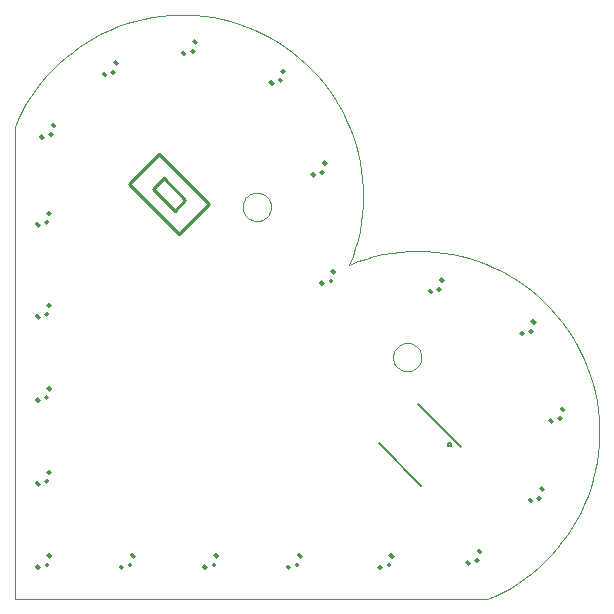
<source format=gbo>
G75*
G70*
%OFA0B0*%
%FSLAX24Y24*%
%IPPOS*%
%LPD*%
%AMOC8*
5,1,8,0,0,1.08239X$1,22.5*
%
%ADD10C,0.0000*%
%ADD11R,0.0128X0.0167*%
%ADD12R,0.0138X0.0138*%
%ADD13C,0.0100*%
%ADD14C,0.0080*%
%ADD15C,0.0060*%
D10*
X010038Y009756D02*
X025786Y009756D01*
X026053Y009873D01*
X026314Y010003D01*
X026569Y010146D01*
X026816Y010300D01*
X027055Y010467D01*
X027287Y010645D01*
X027509Y010833D01*
X027722Y011033D01*
X027925Y011242D01*
X028117Y011461D01*
X028299Y011689D01*
X028470Y011925D01*
X028629Y012170D01*
X028776Y012422D01*
X028911Y012680D01*
X029033Y012945D01*
X029142Y013216D01*
X029238Y013491D01*
X029320Y013771D01*
X029389Y014054D01*
X029444Y014340D01*
X029485Y014629D01*
X029513Y014919D01*
X029526Y015211D01*
X029525Y015502D01*
X029510Y015794D01*
X029481Y016084D01*
X029438Y016372D01*
X029381Y016658D01*
X029310Y016941D01*
X029226Y017220D01*
X029128Y017495D01*
X029017Y017765D01*
X028893Y018029D01*
X028757Y018286D01*
X028608Y018537D01*
X028448Y018781D01*
X028276Y019016D01*
X028092Y019243D01*
X027898Y019461D01*
X027694Y019669D01*
X027480Y019866D01*
X027256Y020054D01*
X027024Y020230D01*
X026783Y020395D01*
X026535Y020548D01*
X026280Y020689D01*
X026018Y020817D01*
X025750Y020933D01*
X025477Y021035D01*
X025200Y021125D01*
X024918Y021200D01*
X024633Y021262D01*
X024345Y021310D01*
X024056Y021345D01*
X023765Y021365D01*
X023473Y021371D01*
X023182Y021363D01*
X022891Y021341D01*
X022602Y021305D01*
X022315Y021255D01*
X022030Y021191D01*
X021749Y021113D01*
X021472Y021022D01*
X021200Y020918D01*
X017640Y022840D02*
X017642Y022883D01*
X017648Y022925D01*
X017658Y022967D01*
X017671Y023008D01*
X017688Y023048D01*
X017709Y023085D01*
X017733Y023121D01*
X017760Y023154D01*
X017790Y023185D01*
X017823Y023213D01*
X017858Y023238D01*
X017895Y023259D01*
X017934Y023277D01*
X017974Y023291D01*
X018016Y023302D01*
X018058Y023309D01*
X018101Y023312D01*
X018144Y023311D01*
X018187Y023306D01*
X018229Y023297D01*
X018270Y023285D01*
X018310Y023269D01*
X018348Y023249D01*
X018384Y023226D01*
X018418Y023199D01*
X018450Y023170D01*
X018478Y023138D01*
X018504Y023103D01*
X018526Y023067D01*
X018545Y023028D01*
X018560Y022988D01*
X018572Y022947D01*
X018580Y022904D01*
X018584Y022861D01*
X018584Y022819D01*
X018580Y022776D01*
X018572Y022733D01*
X018560Y022692D01*
X018545Y022652D01*
X018526Y022613D01*
X018504Y022577D01*
X018478Y022542D01*
X018450Y022510D01*
X018418Y022481D01*
X018384Y022454D01*
X018348Y022431D01*
X018310Y022411D01*
X018270Y022395D01*
X018229Y022383D01*
X018187Y022374D01*
X018144Y022369D01*
X018101Y022368D01*
X018058Y022371D01*
X018016Y022378D01*
X017974Y022389D01*
X017934Y022403D01*
X017895Y022421D01*
X017858Y022442D01*
X017823Y022467D01*
X017790Y022495D01*
X017760Y022526D01*
X017733Y022559D01*
X017709Y022595D01*
X017688Y022632D01*
X017671Y022672D01*
X017658Y022713D01*
X017648Y022755D01*
X017642Y022797D01*
X017640Y022840D01*
X021200Y020917D02*
X021304Y021190D01*
X021395Y021467D01*
X021473Y021748D01*
X021537Y022032D01*
X021587Y022320D01*
X021623Y022609D01*
X021645Y022900D01*
X021653Y023191D01*
X021647Y023483D01*
X021627Y023774D01*
X021592Y024063D01*
X021544Y024351D01*
X021482Y024636D01*
X021407Y024918D01*
X021317Y025195D01*
X021215Y025468D01*
X021099Y025736D01*
X020971Y025998D01*
X020830Y026253D01*
X020677Y026501D01*
X020512Y026742D01*
X020336Y026974D01*
X020148Y027198D01*
X019951Y027412D01*
X019743Y027616D01*
X019525Y027810D01*
X019298Y027994D01*
X019063Y028166D01*
X018819Y028326D01*
X018568Y028475D01*
X018311Y028611D01*
X018047Y028735D01*
X017777Y028846D01*
X017502Y028944D01*
X017223Y029028D01*
X016940Y029099D01*
X016654Y029156D01*
X016366Y029199D01*
X016076Y029228D01*
X015784Y029243D01*
X015493Y029244D01*
X015201Y029231D01*
X014911Y029203D01*
X014622Y029162D01*
X014336Y029107D01*
X014053Y029038D01*
X013773Y028956D01*
X013498Y028860D01*
X013227Y028751D01*
X012962Y028629D01*
X012704Y028494D01*
X012452Y028347D01*
X012207Y028188D01*
X011971Y028017D01*
X011743Y027835D01*
X011524Y027643D01*
X011315Y027440D01*
X011115Y027227D01*
X010927Y027005D01*
X010749Y026773D01*
X010582Y026534D01*
X010428Y026287D01*
X010285Y026032D01*
X010155Y025771D01*
X010038Y025504D01*
X010038Y009756D01*
X022651Y017829D02*
X022653Y017872D01*
X022659Y017914D01*
X022669Y017956D01*
X022682Y017997D01*
X022699Y018037D01*
X022720Y018074D01*
X022744Y018110D01*
X022771Y018143D01*
X022801Y018174D01*
X022834Y018202D01*
X022869Y018227D01*
X022906Y018248D01*
X022945Y018266D01*
X022985Y018280D01*
X023027Y018291D01*
X023069Y018298D01*
X023112Y018301D01*
X023155Y018300D01*
X023198Y018295D01*
X023240Y018286D01*
X023281Y018274D01*
X023321Y018258D01*
X023359Y018238D01*
X023395Y018215D01*
X023429Y018188D01*
X023461Y018159D01*
X023489Y018127D01*
X023515Y018092D01*
X023537Y018056D01*
X023556Y018017D01*
X023571Y017977D01*
X023583Y017936D01*
X023591Y017893D01*
X023595Y017850D01*
X023595Y017808D01*
X023591Y017765D01*
X023583Y017722D01*
X023571Y017681D01*
X023556Y017641D01*
X023537Y017602D01*
X023515Y017566D01*
X023489Y017531D01*
X023461Y017499D01*
X023429Y017470D01*
X023395Y017443D01*
X023359Y017420D01*
X023321Y017400D01*
X023281Y017384D01*
X023240Y017372D01*
X023198Y017363D01*
X023155Y017358D01*
X023112Y017357D01*
X023069Y017360D01*
X023027Y017367D01*
X022985Y017378D01*
X022945Y017392D01*
X022906Y017410D01*
X022869Y017431D01*
X022834Y017456D01*
X022801Y017484D01*
X022771Y017515D01*
X022744Y017548D01*
X022720Y017584D01*
X022699Y017621D01*
X022682Y017661D01*
X022669Y017702D01*
X022659Y017744D01*
X022653Y017786D01*
X022651Y017829D01*
D11*
G36*
X023785Y020035D02*
X023875Y020125D01*
X023991Y020009D01*
X023901Y019919D01*
X023785Y020035D01*
G37*
G36*
X024168Y020418D02*
X024258Y020508D01*
X024374Y020392D01*
X024284Y020302D01*
X024168Y020418D01*
G37*
G36*
X026848Y018643D02*
X026938Y018733D01*
X027054Y018617D01*
X026964Y018527D01*
X026848Y018643D01*
G37*
G36*
X027230Y019026D02*
X027320Y019116D01*
X027436Y019000D01*
X027346Y018910D01*
X027230Y019026D01*
G37*
G36*
X028205Y016102D02*
X028295Y016192D01*
X028411Y016076D01*
X028321Y015986D01*
X028205Y016102D01*
G37*
G36*
X027822Y015720D02*
X027912Y015810D01*
X028028Y015694D01*
X027938Y015604D01*
X027822Y015720D01*
G37*
G36*
X027509Y013458D02*
X027599Y013548D01*
X027715Y013432D01*
X027625Y013342D01*
X027509Y013458D01*
G37*
G36*
X027126Y013075D02*
X027216Y013165D01*
X027332Y013049D01*
X027242Y012959D01*
X027126Y013075D01*
G37*
G36*
X025421Y011370D02*
X025511Y011460D01*
X025627Y011344D01*
X025537Y011254D01*
X025421Y011370D01*
G37*
G36*
X025038Y010987D02*
X025128Y011077D01*
X025244Y010961D01*
X025154Y010871D01*
X025038Y010987D01*
G37*
G36*
X022498Y011231D02*
X022588Y011321D01*
X022704Y011205D01*
X022614Y011115D01*
X022498Y011231D01*
G37*
G36*
X022115Y010848D02*
X022205Y010938D01*
X022321Y010822D01*
X022231Y010732D01*
X022115Y010848D01*
G37*
G36*
X019435Y011231D02*
X019525Y011321D01*
X019641Y011205D01*
X019551Y011115D01*
X019435Y011231D01*
G37*
G36*
X019053Y010848D02*
X019143Y010938D01*
X019259Y010822D01*
X019169Y010732D01*
X019053Y010848D01*
G37*
G36*
X016652Y011231D02*
X016742Y011321D01*
X016858Y011205D01*
X016768Y011115D01*
X016652Y011231D01*
G37*
G36*
X016269Y010848D02*
X016359Y010938D01*
X016475Y010822D01*
X016385Y010732D01*
X016269Y010848D01*
G37*
G36*
X013868Y011231D02*
X013958Y011321D01*
X014074Y011205D01*
X013984Y011115D01*
X013868Y011231D01*
G37*
G36*
X013485Y010848D02*
X013575Y010938D01*
X013691Y010822D01*
X013601Y010732D01*
X013485Y010848D01*
G37*
G36*
X011084Y011231D02*
X011174Y011321D01*
X011290Y011205D01*
X011200Y011115D01*
X011084Y011231D01*
G37*
G36*
X010701Y010848D02*
X010791Y010938D01*
X010907Y010822D01*
X010817Y010732D01*
X010701Y010848D01*
G37*
G36*
X010701Y013632D02*
X010791Y013722D01*
X010907Y013606D01*
X010817Y013516D01*
X010701Y013632D01*
G37*
G36*
X011084Y014015D02*
X011174Y014105D01*
X011290Y013989D01*
X011200Y013899D01*
X011084Y014015D01*
G37*
G36*
X010701Y016416D02*
X010791Y016506D01*
X010907Y016390D01*
X010817Y016300D01*
X010701Y016416D01*
G37*
G36*
X011084Y016798D02*
X011174Y016888D01*
X011290Y016772D01*
X011200Y016682D01*
X011084Y016798D01*
G37*
G36*
X010701Y019200D02*
X010791Y019290D01*
X010907Y019174D01*
X010817Y019084D01*
X010701Y019200D01*
G37*
G36*
X011084Y019582D02*
X011174Y019672D01*
X011290Y019556D01*
X011200Y019466D01*
X011084Y019582D01*
G37*
G36*
X010701Y022262D02*
X010791Y022352D01*
X010907Y022236D01*
X010817Y022146D01*
X010701Y022262D01*
G37*
G36*
X011084Y022645D02*
X011174Y022735D01*
X011290Y022619D01*
X011200Y022529D01*
X011084Y022645D01*
G37*
G36*
X010840Y025185D02*
X010930Y025275D01*
X011046Y025159D01*
X010956Y025069D01*
X010840Y025185D01*
G37*
G36*
X011223Y025568D02*
X011313Y025658D01*
X011429Y025542D01*
X011339Y025452D01*
X011223Y025568D01*
G37*
G36*
X012928Y027273D02*
X013018Y027363D01*
X013134Y027247D01*
X013044Y027157D01*
X012928Y027273D01*
G37*
G36*
X013311Y027656D02*
X013401Y027746D01*
X013517Y027630D01*
X013427Y027540D01*
X013311Y027656D01*
G37*
G36*
X015573Y027969D02*
X015663Y028059D01*
X015779Y027943D01*
X015689Y027853D01*
X015573Y027969D01*
G37*
G36*
X015956Y028352D02*
X016046Y028442D01*
X016162Y028326D01*
X016072Y028236D01*
X015956Y028352D01*
G37*
G36*
X018496Y026994D02*
X018586Y027084D01*
X018702Y026968D01*
X018612Y026878D01*
X018496Y026994D01*
G37*
G36*
X018879Y027377D02*
X018969Y027467D01*
X019085Y027351D01*
X018995Y027261D01*
X018879Y027377D01*
G37*
G36*
X020271Y024315D02*
X020361Y024405D01*
X020477Y024289D01*
X020387Y024199D01*
X020271Y024315D01*
G37*
G36*
X019888Y023932D02*
X019978Y024022D01*
X020094Y023906D01*
X020004Y023816D01*
X019888Y023932D01*
G37*
G36*
X020549Y020696D02*
X020639Y020786D01*
X020755Y020670D01*
X020665Y020580D01*
X020549Y020696D01*
G37*
G36*
X020166Y020313D02*
X020256Y020403D01*
X020372Y020287D01*
X020282Y020197D01*
X020166Y020313D01*
G37*
D12*
G36*
X020471Y020384D02*
X020568Y020481D01*
X020665Y020384D01*
X020568Y020287D01*
X020471Y020384D01*
G37*
G36*
X020193Y024003D02*
X020290Y024100D01*
X020387Y024003D01*
X020290Y023906D01*
X020193Y024003D01*
G37*
G36*
X018801Y027065D02*
X018898Y027162D01*
X018995Y027065D01*
X018898Y026968D01*
X018801Y027065D01*
G37*
G36*
X015878Y028039D02*
X015975Y028136D01*
X016072Y028039D01*
X015975Y027942D01*
X015878Y028039D01*
G37*
G36*
X013233Y027343D02*
X013330Y027440D01*
X013427Y027343D01*
X013330Y027246D01*
X013233Y027343D01*
G37*
G36*
X011145Y025255D02*
X011242Y025352D01*
X011339Y025255D01*
X011242Y025158D01*
X011145Y025255D01*
G37*
G36*
X011006Y022332D02*
X011103Y022429D01*
X011200Y022332D01*
X011103Y022235D01*
X011006Y022332D01*
G37*
G36*
X011006Y019270D02*
X011103Y019367D01*
X011200Y019270D01*
X011103Y019173D01*
X011006Y019270D01*
G37*
G36*
X011006Y016486D02*
X011103Y016583D01*
X011200Y016486D01*
X011103Y016389D01*
X011006Y016486D01*
G37*
G36*
X011006Y013702D02*
X011103Y013799D01*
X011200Y013702D01*
X011103Y013605D01*
X011006Y013702D01*
G37*
G36*
X011006Y010918D02*
X011103Y011015D01*
X011200Y010918D01*
X011103Y010821D01*
X011006Y010918D01*
G37*
G36*
X013790Y010918D02*
X013887Y011015D01*
X013984Y010918D01*
X013887Y010821D01*
X013790Y010918D01*
G37*
G36*
X016574Y010918D02*
X016671Y011015D01*
X016768Y010918D01*
X016671Y010821D01*
X016574Y010918D01*
G37*
G36*
X019358Y010918D02*
X019455Y011015D01*
X019552Y010918D01*
X019455Y010821D01*
X019358Y010918D01*
G37*
G36*
X022420Y010918D02*
X022517Y011015D01*
X022614Y010918D01*
X022517Y010821D01*
X022420Y010918D01*
G37*
G36*
X025343Y011058D02*
X025440Y011155D01*
X025537Y011058D01*
X025440Y010961D01*
X025343Y011058D01*
G37*
G36*
X027431Y013146D02*
X027528Y013243D01*
X027625Y013146D01*
X027528Y013049D01*
X027431Y013146D01*
G37*
G36*
X028127Y015790D02*
X028224Y015887D01*
X028321Y015790D01*
X028224Y015693D01*
X028127Y015790D01*
G37*
G36*
X027153Y018713D02*
X027250Y018810D01*
X027347Y018713D01*
X027250Y018616D01*
X027153Y018713D01*
G37*
G36*
X024091Y020105D02*
X024188Y020202D01*
X024285Y020105D01*
X024188Y020008D01*
X024091Y020105D01*
G37*
D13*
X016525Y022924D02*
X014855Y024594D01*
X013852Y023592D01*
X015523Y021922D01*
X016525Y022924D01*
X015731Y023077D02*
X015370Y022715D01*
X014646Y023439D01*
X015008Y023801D01*
X015731Y023077D01*
D14*
X024473Y014921D02*
X024475Y014936D01*
X024481Y014949D01*
X024490Y014961D01*
X024501Y014970D01*
X024515Y014976D01*
X024530Y014978D01*
X024545Y014976D01*
X024558Y014970D01*
X024570Y014961D01*
X024579Y014950D01*
X024585Y014936D01*
X024587Y014921D01*
X024585Y014906D01*
X024579Y014893D01*
X024570Y014881D01*
X024559Y014872D01*
X024545Y014866D01*
X024530Y014864D01*
X024515Y014866D01*
X024502Y014872D01*
X024490Y014881D01*
X024481Y014892D01*
X024475Y014906D01*
X024473Y014921D01*
D15*
X024912Y014850D02*
X023491Y016271D01*
X022176Y014956D02*
X023597Y013535D01*
M02*

</source>
